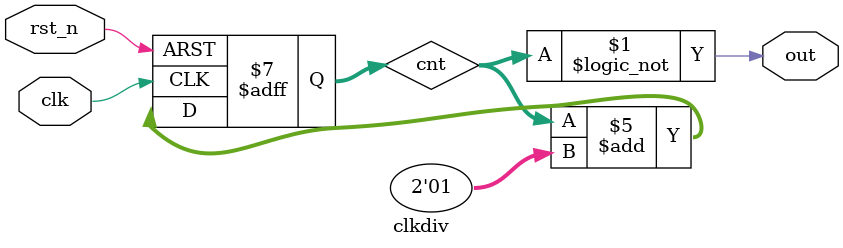
<source format=v>
module clkdiv #(
    parameter FBASE = 50_000_000,
    parameter FOUT = 12_500_000
)(
    input  clk,
    input  rst_n,
    output out
);

localparam CNT_WIDTH = $clog2(FBASE / FOUT);

reg [CNT_WIDTH-1:0] cnt;

assign out = (cnt == 0);

always @(posedge clk or negedge rst_n) begin
    if (!rst_n)
        cnt <= {CNT_WIDTH{1'b0}};
    else
        cnt <= (cnt == FBASE/FOUT) ? {CNT_WIDTH{1'b0}} : cnt + {{CNT_WIDTH-1{1'b0}}, 1'b1};
end

endmodule

</source>
